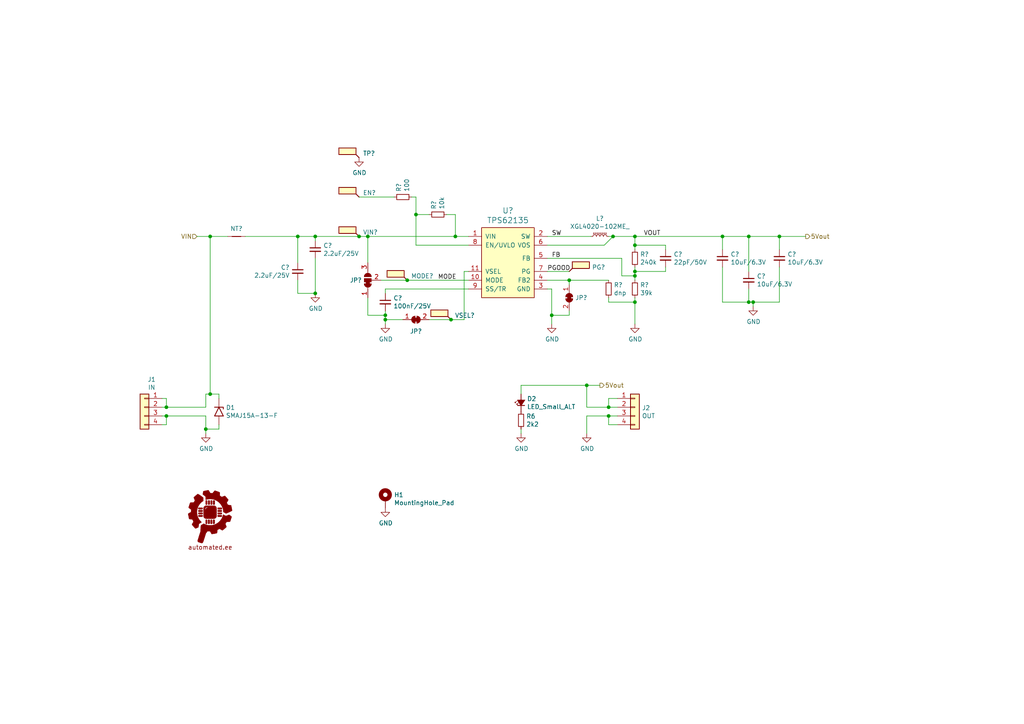
<source format=kicad_sch>
(kicad_sch (version 20211123) (generator eeschema)
  (paper "A4")
  (lib_symbols
    (symbol "Connector:TestPoint_Flag" (pin_numbers hide) (pin_names (offset 0.762) hide)
      (property "Reference" "TP" (at 3.429 1.778 0))
      (property "Value" "TestPoint_Flag" (at 3.302 4.191 0))
      (symbol "TestPoint_Flag_0_1"
        (polyline (pts (xy 0 0) (xy 0.889 0.889)) (stroke (width 0.254)))
        (rectangle (start 0.889 2.794) (end 5.842 0.889) (stroke (width 0.254)) (fill (type background)))
      )
      (symbol "TestPoint_Flag_1_1"
        (pin passive line (at 0 0 90) (length 0) (name "1") (number "1"))
      )
    )
    (symbol "Connector_Generic:Conn_01x04" (pin_names (offset 1.016) hide)
      (property "Reference" "J" (at 0 5.08 0))
      (property "Value" "Conn_01x04" (at 0 -7.62 0))
      (symbol "Conn_01x04_1_1"
        (rectangle (start -1.27 -4.953) (end 0 -5.207) (stroke (width 0.1524)))
        (rectangle (start -1.27 -2.413) (end 0 -2.667) (stroke (width 0.1524)))
        (rectangle (start -1.27 0.127) (end 0 -0.127) (stroke (width 0.1524)))
        (rectangle (start -1.27 2.667) (end 0 2.413) (stroke (width 0.1524)))
        (rectangle (start -1.27 3.81) (end 1.27 -6.35) (stroke (width 0.254)) (fill (type background)))
        (pin passive line (at -5.08 2.54 0) (length 3.81) (name "Pin_1") (number "1"))
        (pin passive line (at -5.08 0 0) (length 3.81) (name "Pin_2") (number "2"))
        (pin passive line (at -5.08 -2.54 0) (length 3.81) (name "Pin_3") (number "3"))
        (pin passive line (at -5.08 -5.08 0) (length 3.81) (name "Pin_4") (number "4"))
      )
    )
    (symbol "Device:C_Small" (pin_numbers hide) (pin_names (offset 0.254) hide)
      (property "Reference" "C" (at 0.254 1.778 0))
      (property "Value" "C_Small" (at 0.254 -2.032 0))
      (symbol "C_Small_0_1"
        (polyline (pts (xy -1.524 -0.508) (xy 1.524 -0.508)) (stroke (width 0.3302)))
        (polyline (pts (xy -1.524 0.508) (xy 1.524 0.508)) (stroke (width 0.3048)))
      )
      (symbol "C_Small_1_1"
        (pin passive line (at 0 2.54 270) (length 2.032) (name "~") (number "1"))
        (pin passive line (at 0 -2.54 90) (length 2.032) (name "~") (number "2"))
      )
    )
    (symbol "Device:LED_Small_ALT" (pin_numbers hide) (pin_names (offset 0.254) hide)
      (property "Reference" "D" (at -1.27 3.175 0))
      (property "Value" "Device_LED_Small_ALT" (at -4.445 -2.54 0))
      (symbol "LED_Small_ALT_0_1"
        (polyline (pts (xy -0.762 -1.016) (xy -0.762 1.016)) (stroke (width 0.254)))
        (polyline (pts (xy 1.016 0) (xy -0.762 0)))
        (polyline (pts (xy 0.762 -1.016) (xy -0.762 0) (xy 0.762 1.016) (xy 0.762 -1.016)) (stroke (width 0.254)) (fill (type outline)))
        (polyline (pts (xy 0 0.762) (xy -0.508 1.27) (xy -0.254 1.27) (xy -0.508 1.27) (xy -0.508 1.016)))
        (polyline (pts (xy 0.508 1.27) (xy 0 1.778) (xy 0.254 1.778) (xy 0 1.778) (xy 0 1.524)))
      )
      (symbol "LED_Small_ALT_1_1"
        (pin passive line (at -2.54 0 0) (length 1.778) (name "K") (number "1"))
        (pin passive line (at 2.54 0 180) (length 1.778) (name "A") (number "2"))
      )
    )
    (symbol "Device:L_Core_Ferrite_Small" (pin_numbers hide) (pin_names (offset 0.254) hide)
      (property "Reference" "L" (at 1.27 1.016 0))
      (property "Value" "Device_L_Core_Ferrite_Small" (at 1.27 -1.27 0))
      (symbol "L_Core_Ferrite_Small_0_1"
        (arc (start 0 -2.032) (mid 0.508 -1.524) (end 0 -1.016))
        (arc (start 0 -1.016) (mid 0.508 -0.508) (end 0 0))
        (polyline (pts (xy 0.762 -1.905) (xy 0.762 -1.651)))
        (polyline (pts (xy 0.762 -1.397) (xy 0.762 -1.143)))
        (polyline (pts (xy 0.762 -0.889) (xy 0.762 -0.635)))
        (polyline (pts (xy 0.762 -0.381) (xy 0.762 -0.127)))
        (polyline (pts (xy 0.762 0.127) (xy 0.762 0.381)))
        (polyline (pts (xy 0.762 0.635) (xy 0.762 0.889)))
        (polyline (pts (xy 0.762 1.143) (xy 0.762 1.397)))
        (polyline (pts (xy 0.762 1.651) (xy 0.762 1.905)))
        (polyline (pts (xy 1.016 -1.651) (xy 1.016 -1.905)))
        (polyline (pts (xy 1.016 -1.143) (xy 1.016 -1.397)))
        (polyline (pts (xy 1.016 -0.635) (xy 1.016 -0.889)))
        (polyline (pts (xy 1.016 -0.127) (xy 1.016 -0.381)))
        (polyline (pts (xy 1.016 0.381) (xy 1.016 0.127)))
        (polyline (pts (xy 1.016 0.889) (xy 1.016 0.635)))
        (polyline (pts (xy 1.016 1.397) (xy 1.016 1.143)))
        (polyline (pts (xy 1.016 1.905) (xy 1.016 1.651)))
        (arc (start 0 0) (mid 0.508 0.508) (end 0 1.016))
        (arc (start 0 1.016) (mid 0.508 1.524) (end 0 2.032))
      )
      (symbol "L_Core_Ferrite_Small_1_1"
        (pin passive line (at 0 2.54 270) (length 0.508) (name "~") (number "1"))
        (pin passive line (at 0 -2.54 90) (length 0.508) (name "~") (number "2"))
      )
    )
    (symbol "Device:Net-Tie_2" (pin_numbers hide) (pin_names (offset 0) hide)
      (property "Reference" "NT" (at 0 1.27 0))
      (property "Value" "Device_Net-Tie_2" (at 0 -1.27 0))
      (symbol "Net-Tie_2_0_1"
        (polyline (pts (xy -1.27 0) (xy 1.27 0)) (stroke (width 0.254)))
      )
      (symbol "Net-Tie_2_1_1"
        (pin passive line (at -2.54 0 0) (length 2.54) (name "1") (number "1"))
        (pin passive line (at 2.54 0 180) (length 2.54) (name "2") (number "2"))
      )
    )
    (symbol "Device:R_Small" (pin_numbers hide) (pin_names (offset 0.254) hide)
      (property "Reference" "R" (at 0.762 0.508 0))
      (property "Value" "R_Small" (at 0.762 -1.016 0))
      (symbol "R_Small_0_1"
        (rectangle (start -0.762 1.778) (end 0.762 -1.778) (stroke (width 0.2032)))
      )
      (symbol "R_Small_1_1"
        (pin passive line (at 0 2.54 270) (length 0.762) (name "~") (number "1"))
        (pin passive line (at 0 -2.54 90) (length 0.762) (name "~") (number "2"))
      )
    )
    (symbol "Diode:1.5KExxA" (pin_numbers hide) (pin_names (offset 1.016) hide)
      (property "Reference" "D" (at 0 2.54 0))
      (property "Value" "1.5KExxA" (at 0 -2.54 0))
      (symbol "1.5KExxA_0_1"
        (polyline (pts (xy -0.762 1.27) (xy -1.27 1.27) (xy -1.27 -1.27)) (stroke (width 0.254)))
        (polyline (pts (xy 1.27 1.27) (xy 1.27 -1.27) (xy -1.27 0) (xy 1.27 1.27)) (stroke (width 0.254)))
      )
      (symbol "1.5KExxA_1_1"
        (pin passive line (at -3.81 0 0) (length 2.54) (name "A1") (number "1"))
        (pin passive line (at 3.81 0 180) (length 2.54) (name "A2") (number "2"))
      )
    )
    (symbol "Jumper:SolderJumper_2_Bridged" (pin_names (offset 0) hide)
      (property "Reference" "JP" (at 0 2.032 0))
      (property "Value" "SolderJumper_2_Bridged" (at 0 -2.54 0))
      (symbol "SolderJumper_2_Bridged_0_1"
        (rectangle (start -0.508 0.508) (end 0.508 -0.508) (fill (type outline)))
        (arc (start -0.254 1.016) (mid -1.27 0) (end -0.254 -1.016))
        (arc (start -0.254 1.016) (mid -1.27 0) (end -0.254 -1.016) (fill (type outline)))
        (polyline (pts (xy -0.254 1.016) (xy -0.254 -1.016)))
        (polyline (pts (xy 0.254 1.016) (xy 0.254 -1.016)))
        (arc (start 0.254 -1.016) (mid 1.27 0) (end 0.254 1.016))
        (arc (start 0.254 -1.016) (mid 1.27 0) (end 0.254 1.016) (fill (type outline)))
      )
      (symbol "SolderJumper_2_Bridged_1_1"
        (pin passive line (at -3.81 0 0) (length 2.54) (name "A") (number "1"))
        (pin passive line (at 3.81 0 180) (length 2.54) (name "B") (number "2"))
      )
    )
    (symbol "Jumper:SolderJumper_3_Bridged12" (pin_names (offset 0) hide)
      (property "Reference" "JP" (at -2.54 -2.54 0))
      (property "Value" "SolderJumper_3_Bridged12" (at 0 2.794 0))
      (symbol "SolderJumper_3_Bridged12_0_1"
        (rectangle (start -1.016 0.508) (end -0.508 -0.508) (fill (type outline)))
        (arc (start -1.016 1.016) (mid -2.032 0) (end -1.016 -1.016))
        (arc (start -1.016 1.016) (mid -2.032 0) (end -1.016 -1.016) (fill (type outline)))
        (rectangle (start -0.508 1.016) (end 0.508 -1.016) (fill (type outline)))
        (polyline (pts (xy -2.54 0) (xy -2.032 0)))
        (polyline (pts (xy -1.016 1.016) (xy -1.016 -1.016)))
        (polyline (pts (xy 0 -1.27) (xy 0 -1.016)))
        (polyline (pts (xy 1.016 1.016) (xy 1.016 -1.016)))
        (polyline (pts (xy 2.54 0) (xy 2.032 0)))
        (arc (start 1.016 -1.016) (mid 2.032 0) (end 1.016 1.016))
        (arc (start 1.016 -1.016) (mid 2.032 0) (end 1.016 1.016) (fill (type outline)))
      )
      (symbol "SolderJumper_3_Bridged12_1_1"
        (pin passive line (at -5.08 0 0) (length 2.54) (name "A") (number "1"))
        (pin input line (at 0 -3.81 90) (length 2.54) (name "C") (number "2"))
        (pin passive line (at 5.08 0 180) (length 2.54) (name "B") (number "3"))
      )
    )
    (symbol "Mechanical:MountingHole_Pad" (pin_numbers hide) (pin_names (offset 1.016) hide)
      (property "Reference" "H" (at 0 6.35 0))
      (property "Value" "MountingHole_Pad" (at 0 4.445 0))
      (symbol "MountingHole_Pad_0_1"
        (circle (center 0 1.27) (radius 1.27) (stroke (width 1.27)))
      )
      (symbol "MountingHole_Pad_1_1"
        (pin input line (at 0 -2.54 90) (length 2.54) (name "1") (number "1"))
      )
    )
    (symbol "meansOfCircuitDesign:Fully_Automated_Logo" (pin_numbers hide) (pin_names (offset 1.016) hide)
      (symbol "Fully_Automated_Logo_0_0"
        (polyline (pts (xy 3.302 0.7366) (xy 3.3274 0.762) (xy 3.429 0.9144) (xy 3.4036 1.016) (xy 3.3528 1.1176) (xy 3.2766 1.1684) (xy 2.286 1.1684) (xy 2.2098 1.1176) (xy 2.159 0.9652) (xy 2.159 0.8636) (xy 2.2098 0.7874) (xy 2.286 0.7112) (xy 3.2512 0.7112) (xy 3.302 0.7366)) (stroke (width 0.0254)) (fill (type outline)))
        (polyline (pts (xy -2.2606 0.0508) (xy -2.1844 0.127) (xy -2.159 0.2286) (xy -2.1844 0.3048) (xy -2.2352 0.4064) (xy -2.3114 0.4572) (xy -3.302 0.4572) (xy -3.4036 0.3556) (xy -3.429 0.254) (xy -3.429 0.1524) (xy -3.3782 0.0762) (xy -3.2766 0.0254) (xy -3.2512 0) (xy -2.3622 0) (xy -2.2606 0.0508)) (stroke (width 0.0254)) (fill (type outline)))
        (polyline (pts (xy 0.508 3.5306) (xy 0.5842 3.5814) (xy 0.5842 4.6228) (xy 0.508 4.6736) (xy 0.4826 4.699) (xy 0.381 4.7244) (xy 0.2794 4.7244) (xy 0.1778 4.6736) (xy 0.127 4.5974) (xy 0.127 3.6068) (xy 0.1778 3.5306) (xy 0.2286 3.5052) (xy 0.3048 3.4798) (xy 0.4064 3.4798) (xy 0.508 3.5306)) (stroke (width 0.0254)) (fill (type outline)))
        (polyline (pts (xy 3.3528 0.0508) (xy 3.3782 0.1016) (xy 3.4036 0.1778) (xy 3.4036 0.2794) (xy 3.3528 0.381) (xy 3.302 0.4572) (xy 2.794 0.4572) (xy 2.286 0.4826) (xy 2.2098 0.4064) (xy 2.1336 0.254) (xy 2.159 0.1524) (xy 2.2098 0.0508) (xy 2.286 -0.0254) (xy 3.2766 -0.0254) (xy 3.3528 0.0508)) (stroke (width 0.0254)) (fill (type outline)))
        (polyline (pts (xy -2.2352 0.7874) (xy -2.1844 0.889) (xy -2.159 0.9906) (xy -2.2098 1.0922) (xy -2.2098 1.1176) (xy -2.3114 1.1684) (xy -2.3876 1.1938) (xy -3.2004 1.1938) (xy -3.3528 1.143) (xy -3.4036 1.0922) (xy -3.429 0.9906) (xy -3.429 0.889) (xy -3.3782 0.8128) (xy -3.302 0.7112) (xy -2.3114 0.7112) (xy -2.2352 0.7874)) (stroke (width 0.0254)) (fill (type outline)))
        (polyline (pts (xy 1.2446 3.5306) (xy 1.3208 3.6068) (xy 1.3208 4.5974) (xy 1.2446 4.6736) (xy 1.1938 4.699) (xy 1.0922 4.7244) (xy 0.9906 4.7244) (xy 0.9144 4.6736) (xy 0.8636 4.5974) (xy 0.8382 4.572) (xy 0.8382 3.5814) (xy 0.9144 3.5306) (xy 0.9398 3.5052) (xy 1.0414 3.4798) (xy 1.143 3.4798) (xy 1.2446 3.5306)) (stroke (width 0.0254)) (fill (type outline)))
        (polyline (pts (xy 3.3528 2.2098) (xy 3.3782 2.2606) (xy 3.4036 2.3622) (xy 3.4036 2.4638) (xy 3.3528 2.54) (xy 3.2766 2.5908) (xy 3.2512 2.6162) (xy 2.2606 2.6162) (xy 2.2098 2.54) (xy 2.1844 2.5146) (xy 2.159 2.413) (xy 2.159 2.3114) (xy 2.2098 2.2098) (xy 2.286 2.1336) (xy 3.2766 2.1336) (xy 3.3528 2.2098)) (stroke (width 0.0254)) (fill (type outline)))
        (polyline (pts (xy -2.2352 1.4986) (xy -2.2352 1.524) (xy -2.1844 1.6002) (xy -2.159 1.6764) (xy -2.1844 1.6764) (xy -2.1844 1.778) (xy -2.2352 1.8542) (xy -2.3114 1.905) (xy -3.302 1.905) (xy -3.3782 1.8542) (xy -3.3782 1.8288) (xy -3.429 1.7526) (xy -3.429 1.5748) (xy -3.3782 1.4986) (xy -3.302 1.4224) (xy -2.3114 1.4224) (xy -2.2352 1.4986)) (stroke (width 0.0254)) (fill (type outline)))
        (polyline (pts (xy -0.9906 -2.0828) (xy -0.9652 -2.0828) (xy -0.889 -2.0066) (xy -0.889 -1.9558) (xy -0.8636 -1.8796) (xy -0.8636 -0.9652) (xy -0.9398 -0.9144) (xy -0.9652 -0.889) (xy -1.0668 -0.8382) (xy -1.1684 -0.8636) (xy -1.27 -0.9144) (xy -1.3208 -0.9906) (xy -1.3208 -1.9304) (xy -1.2954 -2.0066) (xy -1.27 -2.0574) (xy -1.2446 -2.0828) (xy -1.1938 -2.1082) (xy -1.0668 -2.1082) (xy -0.9906 -2.0828)) (stroke (width 0.0254)) (fill (type outline)))
        (polyline (pts (xy -0.9398 3.5306) (xy -0.8382 3.6068) (xy -0.8382 4.5974) (xy -0.9144 4.6736) (xy -0.9398 4.6736) (xy -1.0414 4.7244) (xy -1.143 4.7244) (xy -1.2192 4.699) (xy -1.2954 4.6228) (xy -1.2954 4.5974) (xy -1.3208 4.572) (xy -1.3208 3.7084) (xy -1.2954 3.6322) (xy -1.2954 3.556) (xy -1.2446 3.5306) (xy -1.2192 3.5052) (xy -1.1176 3.4798) (xy -1.016 3.4798) (xy -0.9398 3.5306)) (stroke (width 0.0254)) (fill (type outline)))
        (polyline (pts (xy 0.4826 -2.0574) (xy 0.5842 -1.9812) (xy 0.5842 -1.4732) (xy 0.5588 -1.3462) (xy 0.5588 -0.9906) (xy 0.5334 -0.9652) (xy 0.5334 -0.9398) (xy 0.4572 -0.8636) (xy 0.3556 -0.8382) (xy 0.254 -0.8636) (xy 0.1778 -0.9144) (xy 0.1524 -0.9398) (xy 0.1016 -1.0414) (xy 0.1016 -1.9812) (xy 0.1778 -2.0574) (xy 0.2032 -2.0574) (xy 0.3048 -2.1082) (xy 0.4064 -2.1082) (xy 0.4826 -2.0574)) (stroke (width 0.0254)) (fill (type outline)))
        (polyline (pts (xy 1.1684 -2.0828) (xy 1.1938 -2.0828) (xy 1.27 -2.0066) (xy 1.27 -1.9558) (xy 1.2954 -1.8796) (xy 1.2954 -0.9652) (xy 1.2192 -0.9144) (xy 1.1684 -0.8636) (xy 1.0668 -0.8382) (xy 0.9652 -0.8636) (xy 0.889 -0.9144) (xy 0.8636 -0.9398) (xy 0.8636 -0.9652) (xy 0.8382 -0.9906) (xy 0.8382 -1.9812) (xy 0.889 -2.0574) (xy 0.9906 -2.1082) (xy 1.0668 -2.1082) (xy 1.1684 -2.0828)) (stroke (width 0.0254)) (fill (type outline)))
        (polyline (pts (xy -2.5908 2.159) (xy -2.3622 2.159) (xy -2.286 2.1844) (xy -2.2098 2.2606) (xy -2.1844 2.3622) (xy -2.1844 2.4638) (xy -2.2352 2.54) (xy -2.3114 2.6162) (xy -3.302 2.6162) (xy -3.3782 2.5654) (xy -3.3782 2.54) (xy -3.429 2.4384) (xy -3.429 2.3368) (xy -3.4036 2.2606) (xy -3.3274 2.1844) (xy -3.302 2.1844) (xy -3.2512 2.159) (xy -3.0226 2.159) (xy -2.8702 2.1336) (xy -2.7178 2.1336) (xy -2.5908 2.159)) (stroke (width 0.0254)) (fill (type outline)))
        (polyline (pts (xy -0.2794 -2.0828) (xy -0.2032 -2.032) (xy -0.1524 -1.9812) (xy -0.1524 -1.651) (xy -0.127 -1.4986) (xy -0.1524 -1.3462) (xy -0.1524 -1.0668) (xy -0.1778 -0.9652) (xy -0.2032 -0.9144) (xy -0.254 -0.8636) (xy -0.4826 -0.8636) (xy -0.5588 -0.9144) (xy -0.6096 -0.9906) (xy -0.6096 -1.905) (xy -0.5842 -1.9812) (xy -0.5588 -2.032) (xy -0.5334 -2.0574) (xy -0.4826 -2.0828) (xy -0.4572 -2.1082) (xy -0.381 -2.1082) (xy -0.2794 -2.0828)) (stroke (width 0.0254)) (fill (type outline)))
        (polyline (pts (xy 3.2512 1.4478) (xy 3.302 1.4478) (xy 3.4036 1.6002) (xy 3.4036 1.7018) (xy 3.3782 1.8034) (xy 3.302 1.8796) (xy 3.2258 1.8796) (xy 3.1242 1.905) (xy 2.8702 1.905) (xy 2.7178 1.9304) (xy 2.5908 1.9304) (xy 2.4638 1.905) (xy 2.3368 1.905) (xy 2.2352 1.8542) (xy 2.159 1.778) (xy 2.159 1.5748) (xy 2.2098 1.4986) (xy 2.3114 1.4478) (xy 2.3114 1.4224) (xy 3.175 1.4224) (xy 3.2512 1.4478)) (stroke (width 0.0254)) (fill (type outline)))
        (polyline (pts (xy -0.2286 3.5052) (xy -0.1524 3.5814) (xy -0.127 3.6576) (xy -0.127 3.9116) (xy -0.1016 4.0894) (xy -0.127 4.1656) (xy -0.127 4.5212) (xy -0.1524 4.572) (xy -0.1524 4.5974) (xy -0.2032 4.6736) (xy -0.2794 4.7244) (xy -0.381 4.7244) (xy -0.4826 4.699) (xy -0.508 4.699) (xy -0.5334 4.6736) (xy -0.5588 4.6228) (xy -0.5842 4.5974) (xy -0.5842 3.5814) (xy -0.5334 3.5306) (xy -0.4318 3.4798) (xy -0.3302 3.4798) (xy -0.2286 3.5052)) (stroke (width 0.0254)) (fill (type outline)))
        (polyline (pts (xy 1.3716 -0.508) (xy 1.397 -0.508) (xy 1.5494 -0.4064) (xy 1.6764 -0.2794) (xy 1.778 -0.127) (xy 1.8542 0.0254) (xy 1.8542 2.4638) (xy 1.8288 2.54) (xy 1.8288 2.667) (xy 1.8034 2.6924) (xy 1.7526 2.794) (xy 1.651 2.921) (xy 1.524 3.048) (xy 1.27 3.2004) (xy -1.3462 3.2004) (xy -1.4732 3.1496) (xy -1.4732 3.1242) (xy -1.6256 3.0226) (xy -1.7526 2.8956) (xy -1.8542 2.7432) (xy -1.9304 2.6162) (xy -1.9304 2.159) (xy -1.5494 2.159) (xy -1.4986 2.3114) (xy -1.397 2.4892) (xy -1.27 2.6162) (xy -1.0922 2.7178) (xy -0.9144 2.794) (xy -0.5588 2.794) (xy -0.8128 2.6416) (xy -0.8636 2.6162) (xy -1.0414 2.5146) (xy -1.1938 2.3876) (xy -1.3208 2.2606) (xy -1.397 2.159) (xy -1.4224 2.1336) (xy -1.524 1.9304) (xy -1.5494 1.8034) (xy -1.5494 2.159) (xy -1.9304 2.159) (xy -1.9304 0.0762) (xy -1.905 0) (xy -1.8796 -0.0508) (xy -1.8796 -0.1016) (xy -1.8288 -0.1524) (xy -1.778 -0.254) (xy -1.7018 -0.3302) (xy -1.5748 -0.4318) (xy -1.4478 -0.508) (xy -1.2954 -0.5588) (xy -1.27 -0.5842) (xy 1.2192 -0.5842) (xy 1.3716 -0.508)) (stroke (width 0.0254)) (fill (type outline)))
        (polyline (pts (xy 4.7498 0.9906) (xy 4.8514 1.016) (xy 4.9784 1.0922) (xy 5.1308 1.143) (xy 5.2832 1.2192) (xy 5.4864 1.2954) (xy 5.6642 1.397) (xy 5.842 1.4732) (xy 6.1468 1.6256) (xy 6.2484 1.7018) (xy 6.3246 1.7526) (xy 6.35 1.778) (xy 6.35 1.905) (xy 6.3246 2.0066) (xy 6.2738 2.3114) (xy 6.223 2.4892) (xy 6.223 2.5146) (xy 6.1976 2.7432) (xy 6.1468 2.8956) (xy 6.1214 3.0226) (xy 6.1214 3.1242) (xy 6.0706 3.2258) (xy 6.0706 3.2766) (xy 6.0452 3.2766) (xy 6.0198 3.302) (xy 5.9436 3.302) (xy 5.842 3.3274) (xy 5.715 3.3528) (xy 5.5626 3.3528) (xy 5.461 3.3782) (xy 5.3086 3.4036) (xy 5.207 3.4036) (xy 5.1562 3.429) (xy 5.1054 3.429) (xy 5.1054 3.4798) (xy 5.0546 3.556) (xy 4.8006 4.064) (xy 5.0292 4.445) (xy 5.08 4.5212) (xy 5.1308 4.6482) (xy 5.207 4.7498) (xy 5.2324 4.826) (xy 5.2578 4.8514) (xy 5.2578 4.9276) (xy 5.207 4.9784) (xy 5.1562 5.0546) (xy 4.9784 5.2324) (xy 4.8768 5.3848) (xy 4.7244 5.5626) (xy 4.699 5.5626) (xy 4.572 5.715) (xy 4.4704 5.842) (xy 4.2926 6.0198) (xy 4.2164 6.0198) (xy 4.1402 5.9944) (xy 4.0386 5.969) (xy 3.7846 5.8674) (xy 3.3782 5.715) (xy 3.0734 5.8928) (xy 2.794 6.096) (xy 2.794 6.7564) (xy 2.7686 6.8834) (xy 2.7686 7.0358) (xy 2.7178 7.0866) (xy 2.6162 7.112) (xy 2.5146 7.1628) (xy 2.2098 7.2644) (xy 2.032 7.3406) (xy 1.9812 7.3406) (xy 1.8034 7.4168) (xy 1.651 7.4676) (xy 1.524 7.493) (xy 1.3716 7.5438) (xy 1.3208 7.5438) (xy 1.2954 7.5184) (xy 1.27 7.5184) (xy 1.27 7.493) (xy 1.2192 7.4422) (xy 1.0668 7.239) (xy 0.9652 7.1374) (xy 0.7112 6.8072) (xy 0.5842 6.8072) (xy 0.508 6.8326) (xy 0.2794 6.8326) (xy 0 6.858) (xy -0.2032 7.239) (xy -0.2794 7.3406) (xy -0.3556 7.4676) (xy -0.4064 7.5692) (xy -0.4572 7.62) (xy -0.4826 7.6708) (xy -0.5588 7.6708) (xy -0.6604 7.6454) (xy -0.8128 7.62) (xy -1.016 7.5946) (xy -1.2446 7.5438) (xy -1.397 7.5184) (xy -1.5748 7.4676) (xy -1.7272 7.4422) (xy -1.8288 7.4168) (xy -1.9812 7.366) (xy -2.0066 7.3406) (xy -2.0066 7.3152) (xy -2.032 7.2898) (xy -2.032 7.112) (xy -2.0574 7.0104) (xy -2.0828 6.858) (xy -2.0828 6.7818) (xy -2.1082 6.6548) (xy -2.1082 6.4262) (xy -2.0574 6.4008) (xy -1.9812 6.35) (xy -1.8796 6.2738) (xy -1.7526 6.1722) (xy -1.651 6.096) (xy -1.524 5.9944) (xy -1.3462 5.8166) (xy -1.3462 5.7912) (xy -1.3208 5.7404) (xy -1.3208 5.2578) (xy -1.2954 5.1054) (xy -1.2954 4.9276) (xy -1.2446 4.9276) (xy -0.9906 5.0038) (xy -0.7112 5.08) (xy -0.4318 5.1054) (xy -0.127 5.1308) (xy 0.1524 5.1308) (xy 0.4064 5.1054) (xy 0.8382 5.0546) (xy 1.2446 4.9276) (xy 1.651 4.7498) (xy 2.0066 4.5466) (xy 2.3622 4.318) (xy 2.667 4.0386) (xy 2.9718 3.7084) (xy 3.2258 3.3528) (xy 3.429 2.9718) (xy 3.4798 2.8448) (xy 3.6576 2.4384) (xy 3.7592 2.0066) (xy 3.81 1.5748) (xy 3.8354 1.3716) (xy 4.2164 1.143) (xy 4.318 1.0922) (xy 4.4196 1.016) (xy 4.572 0.9398) (xy 4.6482 0.9398) (xy 4.7498 0.9906)) (stroke (width 0.0254)) (fill (type outline)))
        (polyline (pts (xy -4.2418 -3.4036) (xy -4.191 -3.4036) (xy -4.1148 -3.3782) (xy -4.0132 -3.3274) (xy -3.7592 -3.2258) (xy -3.6576 -3.175) (xy -3.556 -3.1496) (xy -3.4798 -3.0988) (xy -3.429 -3.0988) (xy -3.429 -3.0734) (xy -3.4036 -2.9972) (xy -3.4036 -2.8956) (xy -3.3782 -2.7686) (xy -3.3528 -2.6162) (xy -3.3528 -2.5908) (xy -3.3274 -2.413) (xy -3.302 -2.286) (xy -3.2766 -2.2098) (xy -3.2766 -2.1336) (xy -3.1496 -2.0066) (xy -3.048 -1.9558) (xy -2.921 -1.8542) (xy -2.7432 -1.7526) (xy -2.54 -1.651) (xy -2.5146 -1.651) (xy -2.5146 -1.6256) (xy -2.54 -1.5748) (xy -2.5908 -1.524) (xy -2.6416 -1.4478) (xy -2.7686 -1.3462) (xy -2.7686 -1.3208) (xy -3.0734 -0.9906) (xy -3.302 -0.635) (xy -3.5052 -0.254) (xy -3.6576 0.1524) (xy -3.7846 0.5842) (xy -3.7846 0.6604) (xy -3.81 0.8636) (xy -3.8354 1.1176) (xy -3.8354 1.6002) (xy -3.81 1.8542) (xy -3.7846 2.032) (xy -3.7592 2.0828) (xy -3.6322 2.5146) (xy -3.4798 2.9464) (xy -3.2766 3.3274) (xy -3.0226 3.683) (xy -2.7178 4.0132) (xy -2.5146 4.2164) (xy -2.3368 4.3434) (xy -2.1844 4.445) (xy -2.0574 4.5466) (xy -1.9812 4.5974) (xy -2.0066 5.0546) (xy -2.0066 5.5118) (xy -2.4638 5.8674) (xy -2.5908 5.969) (xy -2.7686 6.096) (xy -2.9464 6.1976) (xy -3.0988 6.3246) (xy -3.2512 6.4008) (xy -3.3782 6.477) (xy -3.4798 6.5532) (xy -3.556 6.5786) (xy -3.6068 6.5786) (xy -3.6576 6.5532) (xy -3.683 6.5278) (xy -3.7592 6.477) (xy -3.937 6.2992) (xy -4.0894 6.1976) (xy -4.2672 6.0452) (xy -4.3688 5.9436) (xy -4.4958 5.842) (xy -4.7498 5.588) (xy -4.7498 5.5626) (xy -4.7244 5.5118) (xy -4.7244 5.4356) (xy -4.6736 5.3594) (xy -4.6482 5.2324) (xy -4.572 5.08) (xy -4.4196 4.699) (xy -4.5974 4.3942) (xy -4.8006 4.1148) (xy -5.461 4.1148) (xy -5.588 4.0894) (xy -5.7404 4.0894) (xy -5.7658 4.064) (xy -5.7912 4.064) (xy -5.8166 3.9878) (xy -5.842 3.8862) (xy -5.8928 3.7846) (xy -5.9944 3.4798) (xy -6.0452 3.302) (xy -6.1468 2.9972) (xy -6.1976 2.8702) (xy -6.223 2.7686) (xy -6.2484 2.6924) (xy -6.2484 2.667) (xy -6.223 2.6162) (xy -6.0706 2.4638) (xy -5.9182 2.3622) (xy -5.7404 2.2352) (xy -5.715 2.1844) (xy -5.6134 2.1336) (xy -5.5118 2.032) (xy -5.5118 1.9304) (xy -5.5372 1.8542) (xy -5.5372 1.6256) (xy -5.5626 1.3208) (xy -5.9436 1.1176) (xy -6.0452 1.0668) (xy -6.1468 0.9906) (xy -6.2484 0.9398) (xy -6.3246 0.889) (xy -6.3754 0.8382) (xy -6.3754 0.7112) (xy -6.35 0.6096) (xy -6.3246 0.4826) (xy -6.2992 0.3048) (xy -6.2484 0.1016) (xy -6.2484 0.0508) (xy -6.1976 -0.127) (xy -6.1722 -0.3048) (xy -6.1214 -0.5588) (xy -6.096 -0.635) (xy -6.096 -0.6604) (xy -6.0706 -0.6604) (xy -5.9944 -0.6858) (xy -5.8928 -0.6858) (xy -5.7658 -0.7112) (xy -5.6134 -0.7366) (xy -5.3594 -0.7874) (xy -5.2578 -0.7874) (xy -5.1816 -0.8128) (xy -5.1308 -0.8128) (xy -5.1308 -0.8636) (xy -5.08 -0.9398) (xy -4.826 -1.4478) (xy -5.0546 -1.8288) (xy -5.1054 -1.905) (xy -5.1562 -2.032) (xy -5.2324 -2.1336) (xy -5.2578 -2.2098) (xy -5.2832 -2.2352) (xy -5.2832 -2.286) (xy -5.2578 -2.3114) (xy -5.2324 -2.3622) (xy -5.1816 -2.413) (xy -5.1308 -2.4892) (xy -5.0546 -2.5908) (xy -4.9276 -2.7178) (xy -4.8006 -2.8702) (xy -4.6482 -3.048) (xy -4.572 -3.1242) (xy -4.4704 -3.2512) (xy -4.3434 -3.3782) (xy -4.2926 -3.4036) (xy -4.2672 -3.429) (xy -4.2418 -3.4036)) (stroke (width 0.0254)) (fill (type outline)))
        (polyline (pts (xy -2.3114 -7.62) (xy -2.2606 -7.62) (xy -2.2098 -7.5692) (xy -2.159 -7.5438) (xy -2.1336 -7.493) (xy -2.1082 -7.4168) (xy -2.0574 -7.3406) (xy -1.9558 -7.0866) (xy -1.905 -6.9088) (xy -1.8288 -6.6802) (xy -1.7526 -6.4262) (xy -1.651 -6.1468) (xy -1.2446 -4.826) (xy -0.7366 -4.1656) (xy -0.6604 -4.191) (xy -0.5334 -4.191) (xy -0.4064 -4.2164) (xy -0.2794 -4.2164) (xy -0.0254 -4.2418) (xy 0.2032 -4.6228) (xy 0.254 -4.7244) (xy 0.3302 -4.8514) (xy 0.381 -4.953) (xy 0.4318 -5.0038) (xy 0.4572 -5.0546) (xy 0.508 -5.0292) (xy 0.5842 -5.0292) (xy 0.7112 -5.0038) (xy 1.016 -4.953) (xy 1.1938 -4.9276) (xy 1.3462 -4.9022) (xy 1.524 -4.8768) (xy 1.651 -4.826) (xy 1.778 -4.8006) (xy 1.8796 -4.8006) (xy 1.9304 -4.7752) (xy 1.9558 -4.7498) (xy 1.9558 -4.7244) (xy 1.9812 -4.699) (xy 1.9812 -4.6228) (xy 2.0066 -4.5466) (xy 2.032 -4.3942) (xy 2.032 -4.2418) (xy 2.0574 -4.1656) (xy 2.0828 -4.0386) (xy 2.0828 -3.937) (xy 2.1082 -3.8608) (xy 2.1082 -3.8354) (xy 2.159 -3.81) (xy 2.2098 -3.7592) (xy 2.3114 -3.7084) (xy 2.4384 -3.6576) (xy 2.7432 -3.5052) (xy 3.1242 -3.7338) (xy 3.2004 -3.7846) (xy 3.4544 -3.9116) (xy 3.5306 -3.937) (xy 3.5814 -3.937) (xy 3.6322 -3.9116) (xy 3.7084 -3.8608) (xy 3.8354 -3.7592) (xy 3.9878 -3.6322) (xy 4.1656 -3.4798) (xy 4.191 -3.4544) (xy 4.3434 -3.3274) (xy 4.445 -3.2258) (xy 4.572 -3.1242) (xy 4.7244 -2.9718) (xy 4.7244 -2.9464) (xy 4.699 -2.8956) (xy 4.699 -2.8448) (xy 4.6736 -2.7686) (xy 4.6228 -2.6416) (xy 4.5466 -2.4892) (xy 4.5466 -2.4384) (xy 4.4958 -2.3114) (xy 4.445 -2.2098) (xy 4.4196 -2.1336) (xy 4.3942 -2.1082) (xy 4.4196 -2.0574) (xy 4.4704 -1.9812) (xy 4.5212 -1.8796) (xy 4.5974 -1.778) (xy 4.7752 -1.4986) (xy 5.3594 -1.4986) (xy 5.5118 -1.4732) (xy 5.6896 -1.4732) (xy 5.7404 -1.4478) (xy 5.7658 -1.4224) (xy 5.7912 -1.3462) (xy 5.8928 -1.0922) (xy 5.9944 -0.7366) (xy 6.0452 -0.5842) (xy 6.1214 -0.4318) (xy 6.1468 -0.2794) (xy 6.1976 -0.1778) (xy 6.1976 -0.1016) (xy 6.223 -0.0508) (xy 6.223 -0.0254) (xy 5.9944 0.2032) (xy 5.8928 0.2794) (xy 5.7658 0.3556) (xy 5.6642 0.4318) (xy 5.588 0.4826) (xy 5.5372 0.5334) (xy 5.461 0.5334) (xy 5.4102 0.508) (xy 5.3086 0.4826) (xy 5.207 0.4318) (xy 5.0546 0.381) (xy 5.0038 0.3556) (xy 4.8514 0.3048) (xy 4.7244 0.254) (xy 4.6482 0.2286) (xy 4.4958 0.2286) (xy 4.4196 0.2794) (xy 4.2926 0.3302) (xy 4.1402 0.4064) (xy 4.0894 0.4572) (xy 3.9624 0.508) (xy 3.81 0.6096) (xy 3.7846 0.6096) (xy 3.7592 0.5842) (xy 3.7338 0.508) (xy 3.7338 0.4572) (xy 3.683 0.3556) (xy 3.6576 0.2032) (xy 3.5814 0.0254) (xy 3.4798 -0.2794) (xy 3.429 -0.381) (xy 3.302 -0.6096) (xy 3.0734 -0.9398) (xy 2.794 -1.27) (xy 2.4892 -1.5748) (xy 2.1844 -1.8288) (xy 1.8288 -2.032) (xy 1.7018 -2.1082) (xy 1.2954 -2.286) (xy 0.889 -2.413) (xy 0.4572 -2.4892) (xy 0.0508 -2.5146) (xy -0.381 -2.4892) (xy -0.8128 -2.4384) (xy -1.2192 -2.3114) (xy -1.6256 -2.159) (xy -1.8796 -2.032) (xy -2.2606 -2.2606) (xy -2.3622 -2.3368) (xy -2.6162 -2.4638) (xy -2.6416 -2.4892) (xy -2.667 -2.54) (xy -2.667 -2.6416) (xy -2.6924 -2.7686) (xy -2.7432 -3.0734) (xy -2.7432 -3.175) (xy -2.7686 -3.5052) (xy -2.794 -3.7592) (xy -2.794 -4.318) (xy -3.2258 -5.6134) (xy -3.2512 -5.715) (xy -3.3528 -6.0452) (xy -3.429 -6.3246) (xy -3.5052 -6.5278) (xy -3.556 -6.7056) (xy -3.6068 -6.858) (xy -3.6322 -6.9596) (xy -3.6322 -7.0612) (xy -3.5814 -7.1628) (xy -3.5306 -7.2898) (xy -3.429 -7.3406) (xy -3.4036 -7.366) (xy -3.3274 -7.3914) (xy -3.2258 -7.4168) (xy -3.0988 -7.4676) (xy -2.794 -7.5692) (xy -2.667 -7.62) (xy -2.5654 -7.6454) (xy -2.3114 -7.6454) (xy -2.3114 -7.62)) (stroke (width 0.0254)) (fill (type outline)))
        (text "automated.ee" (at 0 -8.89 0) (effects (font (size 1.27 1.27))))
      )
    )
    (symbol "meansOfCircuitDesign:TPS62135" (pin_names (offset 1.016))
      (property "Reference" "U" (at -7.62 11.43 0))
      (property "Value" "meansOfCircuitDesign_TPS62135" (at 0 -12.7 0))
      (symbol "TPS62135_0_1"
        (rectangle (start -7.62 10.16) (end 7.62 -10.16) (stroke (width 0.2032)) (fill (type background)))
      )
      (symbol "TPS62135_1_1"
        (pin power_in line (at -11.43 7.62 0) (length 3.81) (name "VIN") (number "1"))
        (pin input line (at -11.43 -5.08 0) (length 3.81) (name "MODE") (number "10"))
        (pin passive line (at -11.43 -2.54 0) (length 3.81) (name "VSEL") (number "11"))
        (pin power_out line (at 11.43 7.62 180) (length 3.81) (name "SW") (number "2"))
        (pin power_in line (at 11.43 -7.62 180) (length 3.81) (name "GND") (number "3"))
        (pin input line (at 11.43 -5.08 180) (length 3.81) (name "FB2") (number "4"))
        (pin input line (at 11.43 1.27 180) (length 3.81) (name "FB") (number "5"))
        (pin input line (at 11.43 5.08 180) (length 3.81) (name "VOS") (number "6"))
        (pin open_collector line (at 11.43 -2.54 180) (length 3.81) (name "PG") (number "7"))
        (pin input line (at -11.43 5.08 0) (length 3.81) (name "EN/UVLO") (number "8"))
        (pin input line (at -11.43 -7.62 0) (length 3.81) (name "SS/TR") (number "9"))
      )
    )
    (symbol "power:GND" (power) (pin_names (offset 0))
      (property "Value" "GND" (at 0 -3.81 0))
      (symbol "GND_0_1"
        (polyline (pts (xy 0 0) (xy 0 -1.27) (xy 1.27 -1.27) (xy 0 -2.54) (xy -1.27 -1.27) (xy 0 -1.27)))
      )
      (symbol "GND_1_1"
        (pin power_in line (at 0 0 270) (length 0) hide (name "GND") (number "1"))
      )
    )
  )
  (junction (at 48.26 120.65))
  (junction (at 217.17 87.63))
  (junction (at 91.44 68.58))
  (junction (at 170.18 111.76))
  (junction (at 184.15 68.58))
  (junction (at 60.96 68.58))
  (junction (at 176.53 118.11))
  (junction (at 120.65 62.23))
  (junction (at 165.1 81.28))
  (junction (at 111.76 92.71))
  (junction (at 104.14 68.58))
  (junction (at 226.06 68.58))
  (junction (at 130.81 92.71))
  (junction (at 218.44 87.63))
  (junction (at 48.26 118.11))
  (junction (at 209.55 68.58))
  (junction (at 160.02 91.44))
  (junction (at 217.17 68.58))
  (junction (at 177.8 68.58))
  (junction (at 132.08 68.58))
  (junction (at 60.96 114.3))
  (junction (at 111.76 91.44))
  (junction (at 106.68 68.58))
  (junction (at 184.15 87.63))
  (junction (at 184.15 71.12))
  (junction (at 86.36 68.58))
  (junction (at 184.15 80.01))
  (junction (at 184.15 78.74))
  (junction (at 59.69 124.46))
  (junction (at 176.53 120.65))
  (junction (at 91.44 85.09))
  (junction (at 118.11 81.28))
  (wire (pts (xy 218.44 88.9) (xy 218.44 87.63)))
  (wire (pts (xy 180.34 74.93) (xy 180.34 80.01)))
  (wire (pts (xy 179.07 115.57) (xy 176.53 115.57)))
  (wire (pts (xy 176.53 68.58) (xy 177.8 68.58)))
  (wire (pts (xy 184.15 93.98) (xy 184.15 87.63)))
  (wire (pts (xy 226.06 68.58) (xy 233.68 68.58)))
  (wire (pts (xy 111.76 93.98) (xy 111.76 92.71)))
  (wire (pts (xy 218.44 87.63) (xy 226.06 87.63)))
  (wire (pts (xy 184.15 71.12) (xy 184.15 72.39)))
  (wire (pts (xy 124.46 92.71) (xy 130.81 92.71)))
  (wire (pts (xy 176.53 86.36) (xy 176.53 87.63)))
  (wire (pts (xy 46.99 118.11) (xy 48.26 118.11)))
  (wire (pts (xy 111.76 83.82) (xy 111.76 85.09)))
  (wire (pts (xy 226.06 77.47) (xy 226.06 87.63)))
  (wire (pts (xy 165.1 90.17) (xy 165.1 91.44)))
  (wire (pts (xy 111.76 92.71) (xy 116.84 92.71)))
  (wire (pts (xy 176.53 118.11) (xy 179.07 118.11)))
  (wire (pts (xy 217.17 68.58) (xy 226.06 68.58)))
  (wire (pts (xy 170.18 118.11) (xy 176.53 118.11)))
  (wire (pts (xy 120.65 71.12) (xy 135.89 71.12)))
  (wire (pts (xy 165.1 81.28) (xy 176.53 81.28)))
  (wire (pts (xy 59.69 118.11) (xy 59.69 114.3)))
  (wire (pts (xy 134.62 92.71) (xy 134.62 78.74)))
  (wire (pts (xy 176.53 115.57) (xy 176.53 118.11)))
  (wire (pts (xy 120.65 62.23) (xy 120.65 71.12)))
  (wire (pts (xy 193.04 78.74) (xy 184.15 78.74)))
  (wire (pts (xy 106.68 68.58) (xy 132.08 68.58)))
  (wire (pts (xy 48.26 123.19) (xy 48.26 120.65)))
  (wire (pts (xy 124.46 62.23) (xy 120.65 62.23)))
  (wire (pts (xy 217.17 87.63) (xy 218.44 87.63)))
  (wire (pts (xy 209.55 68.58) (xy 217.17 68.58)))
  (wire (pts (xy 130.81 92.71) (xy 134.62 92.71)))
  (wire (pts (xy 184.15 78.74) (xy 184.15 80.01)))
  (wire (pts (xy 177.8 68.58) (xy 184.15 68.58)))
  (wire (pts (xy 158.75 78.74) (xy 165.1 78.74)))
  (wire (pts (xy 111.76 92.71) (xy 111.76 91.44)))
  (wire (pts (xy 176.53 120.65) (xy 170.18 120.65)))
  (wire (pts (xy 193.04 77.47) (xy 193.04 78.74)))
  (wire (pts (xy 134.62 78.74) (xy 135.89 78.74)))
  (wire (pts (xy 57.15 68.58) (xy 60.96 68.58)))
  (wire (pts (xy 48.26 120.65) (xy 59.69 120.65)))
  (wire (pts (xy 158.75 81.28) (xy 165.1 81.28)))
  (wire (pts (xy 179.07 120.65) (xy 176.53 120.65)))
  (wire (pts (xy 158.75 74.93) (xy 180.34 74.93)))
  (wire (pts (xy 106.68 91.44) (xy 111.76 91.44)))
  (wire (pts (xy 60.96 68.58) (xy 66.04 68.58)))
  (wire (pts (xy 86.36 68.58) (xy 86.36 76.2)))
  (wire (pts (xy 48.26 118.11) (xy 59.69 118.11)))
  (wire (pts (xy 165.1 82.55) (xy 165.1 81.28)))
  (wire (pts (xy 180.34 80.01) (xy 184.15 80.01)))
  (wire (pts (xy 217.17 83.82) (xy 217.17 87.63)))
  (wire (pts (xy 120.65 57.15) (xy 120.65 62.23)))
  (wire (pts (xy 151.13 124.46) (xy 151.13 125.73)))
  (wire (pts (xy 209.55 87.63) (xy 217.17 87.63)))
  (wire (pts (xy 46.99 115.57) (xy 48.26 115.57)))
  (wire (pts (xy 129.54 62.23) (xy 132.08 62.23)))
  (wire (pts (xy 160.02 83.82) (xy 160.02 91.44)))
  (wire (pts (xy 132.08 62.23) (xy 132.08 68.58)))
  (wire (pts (xy 209.55 72.39) (xy 209.55 68.58)))
  (wire (pts (xy 106.68 76.2) (xy 106.68 68.58)))
  (wire (pts (xy 48.26 120.65) (xy 46.99 120.65)))
  (wire (pts (xy 63.5 123.19) (xy 63.5 124.46)))
  (wire (pts (xy 63.5 114.3) (xy 60.96 114.3)))
  (wire (pts (xy 179.07 123.19) (xy 176.53 123.19)))
  (wire (pts (xy 106.68 68.58) (xy 104.14 68.58)))
  (wire (pts (xy 184.15 77.47) (xy 184.15 78.74)))
  (wire (pts (xy 59.69 124.46) (xy 59.69 125.73)))
  (wire (pts (xy 60.96 68.58) (xy 60.96 114.3)))
  (wire (pts (xy 151.13 111.76) (xy 170.18 111.76)))
  (wire (pts (xy 226.06 72.39) (xy 226.06 68.58)))
  (wire (pts (xy 184.15 87.63) (xy 184.15 86.36)))
  (wire (pts (xy 48.26 115.57) (xy 48.26 118.11)))
  (wire (pts (xy 170.18 111.76) (xy 170.18 118.11)))
  (wire (pts (xy 132.08 68.58) (xy 135.89 68.58)))
  (wire (pts (xy 86.36 81.28) (xy 86.36 85.09)))
  (wire (pts (xy 165.1 91.44) (xy 160.02 91.44)))
  (wire (pts (xy 110.49 81.28) (xy 118.11 81.28)))
  (wire (pts (xy 193.04 72.39) (xy 193.04 71.12)))
  (wire (pts (xy 86.36 85.09) (xy 91.44 85.09)))
  (wire (pts (xy 171.45 68.58) (xy 158.75 68.58)))
  (wire (pts (xy 104.14 68.58) (xy 91.44 68.58)))
  (wire (pts (xy 59.69 120.65) (xy 59.69 124.46)))
  (wire (pts (xy 63.5 124.46) (xy 59.69 124.46)))
  (wire (pts (xy 184.15 80.01) (xy 184.15 81.28)))
  (wire (pts (xy 160.02 91.44) (xy 160.02 93.98)))
  (wire (pts (xy 209.55 87.63) (xy 209.55 77.47)))
  (wire (pts (xy 104.14 57.15) (xy 114.3 57.15)))
  (wire (pts (xy 63.5 115.57) (xy 63.5 114.3)))
  (wire (pts (xy 86.36 68.58) (xy 71.12 68.58)))
  (wire (pts (xy 176.53 87.63) (xy 184.15 87.63)))
  (wire (pts (xy 111.76 91.44) (xy 111.76 90.17)))
  (wire (pts (xy 175.26 71.12) (xy 177.8 68.58)))
  (wire (pts (xy 135.89 83.82) (xy 111.76 83.82)))
  (wire (pts (xy 118.11 81.28) (xy 135.89 81.28)))
  (wire (pts (xy 193.04 71.12) (xy 184.15 71.12)))
  (wire (pts (xy 91.44 74.93) (xy 91.44 85.09)))
  (wire (pts (xy 119.38 57.15) (xy 120.65 57.15)))
  (wire (pts (xy 184.15 68.58) (xy 209.55 68.58)))
  (wire (pts (xy 217.17 78.74) (xy 217.17 68.58)))
  (wire (pts (xy 86.36 68.58) (xy 91.44 68.58)))
  (wire (pts (xy 60.96 114.3) (xy 59.69 114.3)))
  (wire (pts (xy 91.44 69.85) (xy 91.44 68.58)))
  (wire (pts (xy 158.75 83.82) (xy 160.02 83.82)))
  (wire (pts (xy 176.53 123.19) (xy 176.53 120.65)))
  (wire (pts (xy 106.68 86.36) (xy 106.68 91.44)))
  (wire (pts (xy 173.99 111.76) (xy 170.18 111.76)))
  (wire (pts (xy 151.13 111.76) (xy 151.13 114.3)))
  (wire (pts (xy 184.15 71.12) (xy 184.15 68.58)))
  (wire (pts (xy 158.75 71.12) (xy 175.26 71.12)))
  (wire (pts (xy 170.18 120.65) (xy 170.18 125.73)))
  (wire (pts (xy 46.99 123.19) (xy 48.26 123.19)))
  (label "VOUT" (at 186.69 68.58 0))
  (label "MODE" (at 127 81.28 0))
  (label "SW" (at 160.02 68.58 0))
  (label "FB" (at 160.02 74.93 0))
  (label "PGOOD" (at 158.75 78.74 0))
  (hierarchical_label "VIN" (shape input) (at 57.15 68.58 180))
  (hierarchical_label "5Vout" (shape output) (at 173.99 111.76 0))
  (hierarchical_label "5Vout" (shape output) (at 233.68 68.58 0))
  (symbol (lib_id "Connector_Generic:Conn_01x04") (at 184.15 118.11 0) (unit 1)
    (property "Reference" "J2" (at 186.182 118.3132 0) (effects (justify left)))
    (property "Value" "OUT" (at 186.182 120.6246 0) (effects (justify left)))
    (property "Footprint" "Connector_PinSocket_2.54mm:PinSocket_1x04_P2.54mm_Horizontal" (effects hide))
  )
  (symbol (lib_id "power:GND") (at 170.18 125.73 0) (unit 1)
    (property "Reference" "#PWR04" (effects hide))
    (property "Value" "GND" (at 170.307 130.1242 0))
  )
  (symbol (lib_id "power:GND") (at 59.69 125.73 0) (unit 1)
    (property "Reference" "#PWR02" (effects hide))
    (property "Value" "GND" (at 59.817 130.1242 0))
  )
  (symbol (lib_id "Connector_Generic:Conn_01x04") (at 41.91 118.11 0) (mirror y) (unit 1)
    (property "Reference" "J1" (at 43.9928 110.0582 0))
    (property "Value" "IN" (at 43.9928 112.3696 0))
    (property "Footprint" "Connector_PinSocket_2.54mm:PinSocket_1x04_P2.54mm_Horizontal" (effects hide))
  )
  (symbol (lib_id "Diode:1.5KExxA") (at 63.5 119.38 270) (unit 1)
    (property "Reference" "D1" (at 65.5066 118.2116 90) (effects (justify left)))
    (property "Value" "SMAJ15A-13-F" (at 65.5066 120.523 90) (effects (justify left)))
    (property "Footprint" "Diode_SMD:D_SMA" (effects hide))
  )
  (symbol (lib_id "Mechanical:MountingHole_Pad") (at 111.76 144.78 0) (unit 1)
    (property "Reference" "H1" (at 114.3 143.5354 0) (effects (justify left)))
    (property "Value" "MountingHole_Pad" (at 114.3 145.8468 0) (effects (justify left)))
    (property "Footprint" "MountingHole:MountingHole_3.2mm_M3_DIN965_Pad" (effects hide))
  )
  (symbol (lib_id "power:GND") (at 111.76 147.32 0) (unit 1)
    (property "Reference" "#PWR013" (effects hide))
    (property "Value" "GND" (at 111.887 151.7142 0))
  )
  (symbol (lib_id "meansOfCircuitDesign:Fully_Automated_Logo") (at 60.96 149.86 0) (unit 1)
    (property "Reference" "G1" (effects hide))
    (property "Value" "Fully_Automated_Logo" (effects hide))
    (property "Footprint" "Automated:fully_automated_logo_soldermask" (effects hide))
  )
  (symbol (lib_id "power:GND") (at 151.13 125.73 0) (unit 1)
    (property "Reference" "#PWR0101" (effects hide))
    (property "Value" "GND" (at 151.257 130.1242 0))
  )
  (symbol (lib_id "Device:R_Small") (at 151.13 121.92 0)
    (property "Reference" "R6" (at 152.6286 120.7516 0) (effects (justify left)))
    (property "Value" "2k2" (at 152.6286 123.063 0) (effects (justify left)))
    (property "Footprint" "Resistor_SMD:R_0603_1608Metric" (effects hide))
  )
  (symbol (lib_id "Device:LED_Small_ALT") (at 151.13 116.84 90) (unit 1)
    (property "Reference" "D2" (at 152.8572 115.6716 90) (effects (justify right)))
    (property "Value" "LED_Small_ALT" (at 152.8572 117.983 90) (effects (justify right)))
    (property "Footprint" "LED_SMD:LED_0603_1608Metric" (effects hide))
  )
  (symbol (lib_id "meansOfCircuitDesign:TPS62135") (at 147.32 76.2 0) (unit 1)
    (property "Reference" "U?" (at 147.32 61.087 0) (effects (font (size 1.6002 1.6002))))
    (property "Value" "TPS62135" (at 147.32 63.9064 0) (effects (font (size 1.6002 1.6002))))
    (property "Footprint" "Automated:RGX_TI_VQFN-HR11" (effects hide))
    (property "Datasheet" "http://www.ti.com/lit/ds/symlink/tps62135.pdf" (effects hide))
  )
  (symbol (lib_id "Device:L_Core_Ferrite_Small") (at 173.99 68.58 90) (unit 1)
    (property "Reference" "L?" (at 173.99 63.373 90))
    (property "Value" "XGL4020-102ME_" (at 173.99 65.6844 90))
    (property "Footprint" "Inductor_SMD:L_Coilcraft_XxL4020" (effects hide))
    (property "Datasheet" "https://www.coilcraft.com/pdfs/xgl4020.pdf" (effects hide))
  )
  (symbol (lib_id "Device:R_Small") (at 184.15 74.93 0) (unit 1)
    (property "Reference" "R?" (at 185.6486 73.7616 0) (effects (justify left)))
    (property "Value" "240k" (at 185.6486 76.073 0) (effects (justify left)))
    (property "Footprint" "Resistor_SMD:R_0603_1608Metric" (effects hide))
  )
  (symbol (lib_id "Device:C_Small") (at 193.04 74.93 0) (unit 1)
    (property "Reference" "C?" (at 195.3768 73.7616 0) (effects (justify left)))
    (property "Value" "22pF/50V" (at 195.3768 76.073 0) (effects (justify left)))
    (property "Footprint" "Capacitor_SMD:C_0603_1608Metric" (effects hide))
  )
  (symbol (lib_id "power:GND") (at 184.15 93.98 0) (unit 1)
    (property "Reference" "#PWR?" (effects hide))
    (property "Value" "GND" (at 184.277 98.3742 0))
  )
  (symbol (lib_id "power:GND") (at 160.02 93.98 0) (unit 1)
    (property "Reference" "#PWR?" (effects hide))
    (property "Value" "GND" (at 160.147 98.3742 0))
  )
  (symbol (lib_id "Device:C_Small") (at 209.55 74.93 0) (unit 1)
    (property "Reference" "C?" (at 211.8868 73.7616 0) (effects (justify left)))
    (property "Value" "10uF/6.3V" (at 211.8868 76.073 0) (effects (justify left)))
    (property "Footprint" "Capacitor_SMD:C_0805_2012Metric" (effects hide))
  )
  (symbol (lib_id "power:GND") (at 218.44 88.9 0) (unit 1)
    (property "Reference" "#PWR?" (effects hide))
    (property "Value" "GND" (at 218.567 93.2942 0))
  )
  (symbol (lib_id "Device:C_Small") (at 91.44 72.39 0) (unit 1)
    (property "Reference" "C?" (at 93.7768 71.2216 0) (effects (justify left)))
    (property "Value" "2.2uF/25V" (at 93.7768 73.533 0) (effects (justify left)))
    (property "Footprint" "Capacitor_SMD:C_0805_2012Metric" (effects hide))
  )
  (symbol (lib_id "power:GND") (at 91.44 85.09 0) (unit 1)
    (property "Reference" "#PWR?" (effects hide))
    (property "Value" "GND" (at 91.567 89.4842 0))
  )
  (symbol (lib_id "Device:C_Small") (at 86.36 78.74 0) (unit 1)
    (property "Reference" "C?" (at 84.0232 77.5716 0) (effects (justify right)))
    (property "Value" "2.2uF/25V" (at 84.0232 79.883 0) (effects (justify right)))
    (property "Footprint" "Capacitor_SMD:C_0805_2012Metric" (effects hide))
  )
  (symbol (lib_id "power:GND") (at 111.76 93.98 0) (unit 1)
    (property "Reference" "#PWR?" (effects hide))
    (property "Value" "GND" (at 111.887 98.3742 0))
  )
  (symbol (lib_id "Device:C_Small") (at 111.76 87.63 0) (unit 1)
    (property "Reference" "C?" (at 114.0968 86.4616 0) (effects (justify left)))
    (property "Value" "100nF/25V" (at 114.0968 88.773 0) (effects (justify left)))
    (property "Footprint" "Capacitor_SMD:C_0603_1608Metric" (effects hide))
  )
  (symbol (lib_id "Jumper:SolderJumper_3_Bridged12") (at 106.68 81.28 90) (unit 1)
    (property "Reference" "JP?" (at 104.9782 81.28 90) (effects (justify left)))
    (property "Value" "SolderJumper_3_Bridged12" (effects hide))
    (property "Footprint" "Jumper:SolderJumper-3_P1.3mm_Bridged12_RoundedPad1.0x1.5mm_NumberLabels" (effects hide))
  )
  (symbol (lib_id "Device:Net-Tie_2") (at 68.58 68.58 0) (unit 1)
    (property "Reference" "NT?" (at 68.58 66.3194 0))
    (property "Value" "Net-Tie_2" (effects hide))
    (property "Footprint" "NetTie:NetTie-2_SMD_Pad2.0mm" (effects hide))
  )
  (symbol (lib_id "Device:C_Small") (at 217.17 81.28 0) (unit 1)
    (property "Reference" "C?" (at 219.5068 80.1116 0) (effects (justify left)))
    (property "Value" "10uF/6.3V" (at 219.5068 82.423 0) (effects (justify left)))
    (property "Footprint" "Capacitor_SMD:C_0805_2012Metric" (effects hide))
  )
  (symbol (lib_id "Device:C_Small") (at 226.06 74.93 0) (unit 1)
    (property "Reference" "C?" (at 228.3968 73.7616 0) (effects (justify left)))
    (property "Value" "10uF/6.3V" (at 228.3968 76.073 0) (effects (justify left)))
    (property "Footprint" "Capacitor_SMD:C_0805_2012Metric" (effects hide))
  )
  (symbol (lib_id "Connector:TestPoint_Flag") (at 165.1 78.74 0) (unit 1)
    (property "Reference" "PG?" (at 171.704 77.5208 0) (effects (justify left)))
    (property "Value" "PG" (effects hide))
    (property "Footprint" "TestPoint:TestPoint_Loop_D1.80mm_Drill1.0mm_Beaded" (effects hide))
  )
  (symbol (lib_id "Connector:TestPoint_Flag") (at 104.14 57.15 0) (mirror y) (unit 1)
    (property "Reference" "EN?" (at 105.2576 55.9308 0) (effects (justify right)))
    (property "Value" "EN" (effects hide))
    (property "Footprint" "TestPoint:TestPoint_Loop_D1.80mm_Drill1.0mm_Beaded" (effects hide))
  )
  (symbol (lib_id "power:GND") (at 104.14 45.72 0) (unit 1)
    (property "Reference" "#PWR?" (effects hide))
    (property "Value" "GND" (at 104.267 50.1142 0))
  )
  (symbol (lib_id "Connector:TestPoint_Flag") (at 104.14 45.72 0) (mirror y) (unit 1)
    (property "Reference" "TP?" (at 105.2576 44.5008 0) (effects (justify right)))
    (property "Value" "GND" (effects hide))
    (property "Footprint" "TestPoint:TestPoint_Loop_D1.80mm_Drill1.0mm_Beaded" (effects hide))
  )
  (symbol (lib_id "Connector:TestPoint_Flag") (at 104.14 68.58 0) (mirror y) (unit 1)
    (property "Reference" "VIN?" (at 105.2576 67.3608 0) (effects (justify right)))
    (property "Value" "VIN" (effects hide))
    (property "Footprint" "TestPoint:TestPoint_Loop_D1.80mm_Drill1.0mm_Beaded" (effects hide))
  )
  (symbol (lib_id "Connector:TestPoint_Flag") (at 118.11 81.28 0) (mirror y) (unit 1)
    (property "Reference" "MODE?" (at 119.2276 80.0608 0) (effects (justify right)))
    (property "Value" "MODE" (effects hide))
    (property "Footprint" "TestPoint:TestPoint_Loop_D1.80mm_Drill1.0mm_Beaded" (effects hide))
  )
  (symbol (lib_id "Jumper:SolderJumper_2_Bridged") (at 120.65 92.71 0) (unit 1)
    (property "Reference" "JP?" (at 120.65 96.0882 0))
    (property "Value" "SolderJumper_2_Bridged" (effects hide))
    (property "Footprint" "Jumper:SolderJumper-2_P1.3mm_Bridged_RoundedPad1.0x1.5mm" (effects hide))
  )
  (symbol (lib_id "Device:R_Small") (at 184.15 83.82 0) (unit 1)
    (property "Reference" "R?" (at 185.6486 82.6516 0) (effects (justify left)))
    (property "Value" "39k" (at 185.6486 84.963 0) (effects (justify left)))
    (property "Footprint" "Resistor_SMD:R_0603_1608Metric" (effects hide))
  )
  (symbol (lib_id "Device:R_Small") (at 176.53 83.82 0) (unit 1)
    (property "Reference" "R?" (at 178.0286 82.6516 0) (effects (justify left)))
    (property "Value" "dnp" (at 178.0286 84.963 0) (effects (justify left)))
    (property "Footprint" "Resistor_SMD:R_0603_1608Metric" (effects hide))
  )
  (symbol (lib_id "Connector:TestPoint_Flag") (at 130.81 92.71 0) (mirror y) (unit 1)
    (property "Reference" "VSEL?" (at 131.9276 91.4908 0) (effects (justify right)))
    (property "Value" "VSEL" (effects hide))
    (property "Footprint" "TestPoint:TestPoint_Loop_D1.80mm_Drill1.0mm_Beaded" (effects hide))
  )
  (symbol (lib_id "Jumper:SolderJumper_2_Bridged") (at 165.1 86.36 270) (unit 1)
    (property "Reference" "JP?" (at 166.8272 86.36 90) (effects (justify left)))
    (property "Value" "SolderJumper_2_Bridged" (effects hide))
    (property "Footprint" "Jumper:SolderJumper-2_P1.3mm_Bridged_RoundedPad1.0x1.5mm" (effects hide))
  )
  (symbol (lib_id "Device:R_Small") (at 127 62.23 90) (unit 1)
    (property "Reference" "R?" (at 125.8316 60.7314 0) (effects (justify left)))
    (property "Value" "10k" (at 128.143 60.7314 0) (effects (justify left)))
    (property "Footprint" "Resistor_SMD:R_0603_1608Metric" (effects hide))
  )
  (symbol (lib_id "Device:R_Small") (at 116.84 57.15 90) (unit 1)
    (property "Reference" "R?" (at 115.6716 55.6514 0) (effects (justify left)))
    (property "Value" "100" (at 117.983 55.6514 0) (effects (justify left)))
    (property "Footprint" "Resistor_SMD:R_0603_1608Metric" (effects hide))
  )
)
</source>
